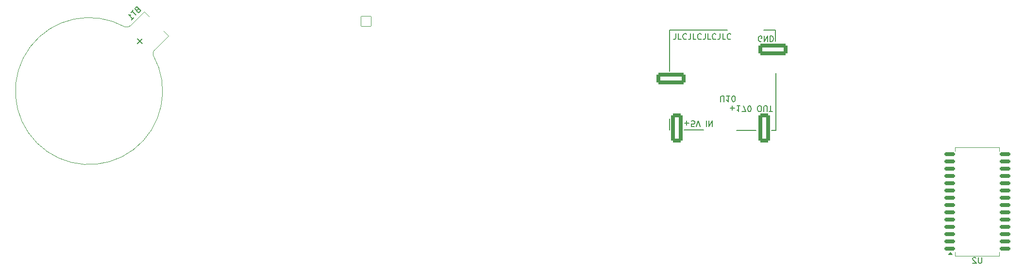
<source format=gbo>
G04 #@! TF.GenerationSoftware,KiCad,Pcbnew,8.0.1*
G04 #@! TF.CreationDate,2025-01-11T23:12:33+02:00*
G04 #@! TF.ProjectId,NixProjectRev02,4e697850-726f-46a6-9563-745265763032,Rev02*
G04 #@! TF.SameCoordinates,Original*
G04 #@! TF.FileFunction,Legend,Bot*
G04 #@! TF.FilePolarity,Positive*
%FSLAX46Y46*%
G04 Gerber Fmt 4.6, Leading zero omitted, Abs format (unit mm)*
G04 Created by KiCad (PCBNEW 8.0.1) date 2025-01-11 23:12:33*
%MOMM*%
%LPD*%
G01*
G04 APERTURE LIST*
G04 Aperture macros list*
%AMRoundRect*
0 Rectangle with rounded corners*
0 $1 Rounding radius*
0 $2 $3 $4 $5 $6 $7 $8 $9 X,Y pos of 4 corners*
0 Add a 4 corners polygon primitive as box body*
4,1,4,$2,$3,$4,$5,$6,$7,$8,$9,$2,$3,0*
0 Add four circle primitives for the rounded corners*
1,1,$1+$1,$2,$3*
1,1,$1+$1,$4,$5*
1,1,$1+$1,$6,$7*
1,1,$1+$1,$8,$9*
0 Add four rect primitives between the rounded corners*
20,1,$1+$1,$2,$3,$4,$5,0*
20,1,$1+$1,$4,$5,$6,$7,0*
20,1,$1+$1,$6,$7,$8,$9,0*
20,1,$1+$1,$8,$9,$2,$3,0*%
G04 Aperture macros list end*
%ADD10C,0.150000*%
%ADD11C,0.120000*%
%ADD12RoundRect,0.346000X-0.692000X2.192000X-0.692000X-2.192000X0.692000X-2.192000X0.692000X2.192000X0*%
%ADD13RoundRect,0.346000X-2.192000X-0.692000X2.192000X-0.692000X2.192000X0.692000X-2.192000X0.692000X0*%
%ADD14O,1.176000X1.776000*%
%ADD15C,1.476000*%
%ADD16O,1.476000X1.476000*%
%ADD17C,7.576000*%
%ADD18RoundRect,0.038000X0.800000X-0.800000X0.800000X0.800000X-0.800000X0.800000X-0.800000X-0.800000X0*%
%ADD19O,1.676000X1.676000*%
%ADD20O,3.076000X2.576000*%
%ADD21RoundRect,0.038000X-0.850000X0.850000X-0.850000X-0.850000X0.850000X-0.850000X0.850000X0.850000X0*%
%ADD22O,1.776000X1.776000*%
%ADD23C,1.422200*%
%ADD24RoundRect,0.169000X-0.769000X-0.169000X0.769000X-0.169000X0.769000X0.169000X-0.769000X0.169000X0*%
%ADD25RoundRect,0.038000X0.000000X2.121320X-2.121320X0.000000X0.000000X-2.121320X2.121320X0.000000X0*%
%ADD26C,3.076000*%
%ADD27C,0.676000*%
G04 APERTURE END LIST*
D10*
X181422493Y-54869819D02*
X181422493Y-55584104D01*
X181422493Y-55584104D02*
X181374874Y-55726961D01*
X181374874Y-55726961D02*
X181279636Y-55822200D01*
X181279636Y-55822200D02*
X181136779Y-55869819D01*
X181136779Y-55869819D02*
X181041541Y-55869819D01*
X182374874Y-55869819D02*
X181898684Y-55869819D01*
X181898684Y-55869819D02*
X181898684Y-54869819D01*
X183279636Y-55774580D02*
X183232017Y-55822200D01*
X183232017Y-55822200D02*
X183089160Y-55869819D01*
X183089160Y-55869819D02*
X182993922Y-55869819D01*
X182993922Y-55869819D02*
X182851065Y-55822200D01*
X182851065Y-55822200D02*
X182755827Y-55726961D01*
X182755827Y-55726961D02*
X182708208Y-55631723D01*
X182708208Y-55631723D02*
X182660589Y-55441247D01*
X182660589Y-55441247D02*
X182660589Y-55298390D01*
X182660589Y-55298390D02*
X182708208Y-55107914D01*
X182708208Y-55107914D02*
X182755827Y-55012676D01*
X182755827Y-55012676D02*
X182851065Y-54917438D01*
X182851065Y-54917438D02*
X182993922Y-54869819D01*
X182993922Y-54869819D02*
X183089160Y-54869819D01*
X183089160Y-54869819D02*
X183232017Y-54917438D01*
X183232017Y-54917438D02*
X183279636Y-54965057D01*
X183993922Y-54869819D02*
X183993922Y-55584104D01*
X183993922Y-55584104D02*
X183946303Y-55726961D01*
X183946303Y-55726961D02*
X183851065Y-55822200D01*
X183851065Y-55822200D02*
X183708208Y-55869819D01*
X183708208Y-55869819D02*
X183612970Y-55869819D01*
X184946303Y-55869819D02*
X184470113Y-55869819D01*
X184470113Y-55869819D02*
X184470113Y-54869819D01*
X185851065Y-55774580D02*
X185803446Y-55822200D01*
X185803446Y-55822200D02*
X185660589Y-55869819D01*
X185660589Y-55869819D02*
X185565351Y-55869819D01*
X185565351Y-55869819D02*
X185422494Y-55822200D01*
X185422494Y-55822200D02*
X185327256Y-55726961D01*
X185327256Y-55726961D02*
X185279637Y-55631723D01*
X185279637Y-55631723D02*
X185232018Y-55441247D01*
X185232018Y-55441247D02*
X185232018Y-55298390D01*
X185232018Y-55298390D02*
X185279637Y-55107914D01*
X185279637Y-55107914D02*
X185327256Y-55012676D01*
X185327256Y-55012676D02*
X185422494Y-54917438D01*
X185422494Y-54917438D02*
X185565351Y-54869819D01*
X185565351Y-54869819D02*
X185660589Y-54869819D01*
X185660589Y-54869819D02*
X185803446Y-54917438D01*
X185803446Y-54917438D02*
X185851065Y-54965057D01*
X186565351Y-54869819D02*
X186565351Y-55584104D01*
X186565351Y-55584104D02*
X186517732Y-55726961D01*
X186517732Y-55726961D02*
X186422494Y-55822200D01*
X186422494Y-55822200D02*
X186279637Y-55869819D01*
X186279637Y-55869819D02*
X186184399Y-55869819D01*
X187517732Y-55869819D02*
X187041542Y-55869819D01*
X187041542Y-55869819D02*
X187041542Y-54869819D01*
X188422494Y-55774580D02*
X188374875Y-55822200D01*
X188374875Y-55822200D02*
X188232018Y-55869819D01*
X188232018Y-55869819D02*
X188136780Y-55869819D01*
X188136780Y-55869819D02*
X187993923Y-55822200D01*
X187993923Y-55822200D02*
X187898685Y-55726961D01*
X187898685Y-55726961D02*
X187851066Y-55631723D01*
X187851066Y-55631723D02*
X187803447Y-55441247D01*
X187803447Y-55441247D02*
X187803447Y-55298390D01*
X187803447Y-55298390D02*
X187851066Y-55107914D01*
X187851066Y-55107914D02*
X187898685Y-55012676D01*
X187898685Y-55012676D02*
X187993923Y-54917438D01*
X187993923Y-54917438D02*
X188136780Y-54869819D01*
X188136780Y-54869819D02*
X188232018Y-54869819D01*
X188232018Y-54869819D02*
X188374875Y-54917438D01*
X188374875Y-54917438D02*
X188422494Y-54965057D01*
X189136780Y-54869819D02*
X189136780Y-55584104D01*
X189136780Y-55584104D02*
X189089161Y-55726961D01*
X189089161Y-55726961D02*
X188993923Y-55822200D01*
X188993923Y-55822200D02*
X188851066Y-55869819D01*
X188851066Y-55869819D02*
X188755828Y-55869819D01*
X190089161Y-55869819D02*
X189612971Y-55869819D01*
X189612971Y-55869819D02*
X189612971Y-54869819D01*
X190993923Y-55774580D02*
X190946304Y-55822200D01*
X190946304Y-55822200D02*
X190803447Y-55869819D01*
X190803447Y-55869819D02*
X190708209Y-55869819D01*
X190708209Y-55869819D02*
X190565352Y-55822200D01*
X190565352Y-55822200D02*
X190470114Y-55726961D01*
X190470114Y-55726961D02*
X190422495Y-55631723D01*
X190422495Y-55631723D02*
X190374876Y-55441247D01*
X190374876Y-55441247D02*
X190374876Y-55298390D01*
X190374876Y-55298390D02*
X190422495Y-55107914D01*
X190422495Y-55107914D02*
X190470114Y-55012676D01*
X190470114Y-55012676D02*
X190565352Y-54917438D01*
X190565352Y-54917438D02*
X190708209Y-54869819D01*
X190708209Y-54869819D02*
X190803447Y-54869819D01*
X190803447Y-54869819D02*
X190946304Y-54917438D01*
X190946304Y-54917438D02*
X190993923Y-54965057D01*
X189261905Y-66745180D02*
X189261905Y-65935657D01*
X189261905Y-65935657D02*
X189309524Y-65840419D01*
X189309524Y-65840419D02*
X189357143Y-65792800D01*
X189357143Y-65792800D02*
X189452381Y-65745180D01*
X189452381Y-65745180D02*
X189642857Y-65745180D01*
X189642857Y-65745180D02*
X189738095Y-65792800D01*
X189738095Y-65792800D02*
X189785714Y-65840419D01*
X189785714Y-65840419D02*
X189833333Y-65935657D01*
X189833333Y-65935657D02*
X189833333Y-66745180D01*
X190833333Y-65745180D02*
X190261905Y-65745180D01*
X190547619Y-65745180D02*
X190547619Y-66745180D01*
X190547619Y-66745180D02*
X190452381Y-66602323D01*
X190452381Y-66602323D02*
X190357143Y-66507085D01*
X190357143Y-66507085D02*
X190261905Y-66459466D01*
X191452381Y-66745180D02*
X191547619Y-66745180D01*
X191547619Y-66745180D02*
X191642857Y-66697561D01*
X191642857Y-66697561D02*
X191690476Y-66649942D01*
X191690476Y-66649942D02*
X191738095Y-66554704D01*
X191738095Y-66554704D02*
X191785714Y-66364228D01*
X191785714Y-66364228D02*
X191785714Y-66126133D01*
X191785714Y-66126133D02*
X191738095Y-65935657D01*
X191738095Y-65935657D02*
X191690476Y-65840419D01*
X191690476Y-65840419D02*
X191642857Y-65792800D01*
X191642857Y-65792800D02*
X191547619Y-65745180D01*
X191547619Y-65745180D02*
X191452381Y-65745180D01*
X191452381Y-65745180D02*
X191357143Y-65792800D01*
X191357143Y-65792800D02*
X191309524Y-65840419D01*
X191309524Y-65840419D02*
X191261905Y-65935657D01*
X191261905Y-65935657D02*
X191214286Y-66126133D01*
X191214286Y-66126133D02*
X191214286Y-66364228D01*
X191214286Y-66364228D02*
X191261905Y-66554704D01*
X191261905Y-66554704D02*
X191309524Y-66649942D01*
X191309524Y-66649942D02*
X191357143Y-66697561D01*
X191357143Y-66697561D02*
X191452381Y-66745180D01*
X190886779Y-67861133D02*
X191648684Y-67861133D01*
X191267731Y-67480180D02*
X191267731Y-68242085D01*
X192648683Y-67480180D02*
X192077255Y-67480180D01*
X192362969Y-67480180D02*
X192362969Y-68480180D01*
X192362969Y-68480180D02*
X192267731Y-68337323D01*
X192267731Y-68337323D02*
X192172493Y-68242085D01*
X192172493Y-68242085D02*
X192077255Y-68194466D01*
X192982017Y-68480180D02*
X193648683Y-68480180D01*
X193648683Y-68480180D02*
X193220112Y-67480180D01*
X194220112Y-68480180D02*
X194315350Y-68480180D01*
X194315350Y-68480180D02*
X194410588Y-68432561D01*
X194410588Y-68432561D02*
X194458207Y-68384942D01*
X194458207Y-68384942D02*
X194505826Y-68289704D01*
X194505826Y-68289704D02*
X194553445Y-68099228D01*
X194553445Y-68099228D02*
X194553445Y-67861133D01*
X194553445Y-67861133D02*
X194505826Y-67670657D01*
X194505826Y-67670657D02*
X194458207Y-67575419D01*
X194458207Y-67575419D02*
X194410588Y-67527800D01*
X194410588Y-67527800D02*
X194315350Y-67480180D01*
X194315350Y-67480180D02*
X194220112Y-67480180D01*
X194220112Y-67480180D02*
X194124874Y-67527800D01*
X194124874Y-67527800D02*
X194077255Y-67575419D01*
X194077255Y-67575419D02*
X194029636Y-67670657D01*
X194029636Y-67670657D02*
X193982017Y-67861133D01*
X193982017Y-67861133D02*
X193982017Y-68099228D01*
X193982017Y-68099228D02*
X194029636Y-68289704D01*
X194029636Y-68289704D02*
X194077255Y-68384942D01*
X194077255Y-68384942D02*
X194124874Y-68432561D01*
X194124874Y-68432561D02*
X194220112Y-68480180D01*
X195934398Y-68480180D02*
X196124874Y-68480180D01*
X196124874Y-68480180D02*
X196220112Y-68432561D01*
X196220112Y-68432561D02*
X196315350Y-68337323D01*
X196315350Y-68337323D02*
X196362969Y-68146847D01*
X196362969Y-68146847D02*
X196362969Y-67813514D01*
X196362969Y-67813514D02*
X196315350Y-67623038D01*
X196315350Y-67623038D02*
X196220112Y-67527800D01*
X196220112Y-67527800D02*
X196124874Y-67480180D01*
X196124874Y-67480180D02*
X195934398Y-67480180D01*
X195934398Y-67480180D02*
X195839160Y-67527800D01*
X195839160Y-67527800D02*
X195743922Y-67623038D01*
X195743922Y-67623038D02*
X195696303Y-67813514D01*
X195696303Y-67813514D02*
X195696303Y-68146847D01*
X195696303Y-68146847D02*
X195743922Y-68337323D01*
X195743922Y-68337323D02*
X195839160Y-68432561D01*
X195839160Y-68432561D02*
X195934398Y-68480180D01*
X196791541Y-68480180D02*
X196791541Y-67670657D01*
X196791541Y-67670657D02*
X196839160Y-67575419D01*
X196839160Y-67575419D02*
X196886779Y-67527800D01*
X196886779Y-67527800D02*
X196982017Y-67480180D01*
X196982017Y-67480180D02*
X197172493Y-67480180D01*
X197172493Y-67480180D02*
X197267731Y-67527800D01*
X197267731Y-67527800D02*
X197315350Y-67575419D01*
X197315350Y-67575419D02*
X197362969Y-67670657D01*
X197362969Y-67670657D02*
X197362969Y-68480180D01*
X197696303Y-68480180D02*
X198267731Y-68480180D01*
X197982017Y-67480180D02*
X197982017Y-68480180D01*
X182936779Y-70461133D02*
X183698684Y-70461133D01*
X183317731Y-70080180D02*
X183317731Y-70842085D01*
X184651064Y-71080180D02*
X184174874Y-71080180D01*
X184174874Y-71080180D02*
X184127255Y-70603990D01*
X184127255Y-70603990D02*
X184174874Y-70651609D01*
X184174874Y-70651609D02*
X184270112Y-70699228D01*
X184270112Y-70699228D02*
X184508207Y-70699228D01*
X184508207Y-70699228D02*
X184603445Y-70651609D01*
X184603445Y-70651609D02*
X184651064Y-70603990D01*
X184651064Y-70603990D02*
X184698683Y-70508752D01*
X184698683Y-70508752D02*
X184698683Y-70270657D01*
X184698683Y-70270657D02*
X184651064Y-70175419D01*
X184651064Y-70175419D02*
X184603445Y-70127800D01*
X184603445Y-70127800D02*
X184508207Y-70080180D01*
X184508207Y-70080180D02*
X184270112Y-70080180D01*
X184270112Y-70080180D02*
X184174874Y-70127800D01*
X184174874Y-70127800D02*
X184127255Y-70175419D01*
X184984398Y-71080180D02*
X185317731Y-70080180D01*
X185317731Y-70080180D02*
X185651064Y-71080180D01*
X186746303Y-70080180D02*
X186746303Y-71080180D01*
X187222493Y-70080180D02*
X187222493Y-71080180D01*
X187222493Y-71080180D02*
X187793921Y-70080180D01*
X187793921Y-70080180D02*
X187793921Y-71080180D01*
X196360588Y-56232561D02*
X196265350Y-56280180D01*
X196265350Y-56280180D02*
X196122493Y-56280180D01*
X196122493Y-56280180D02*
X195979636Y-56232561D01*
X195979636Y-56232561D02*
X195884398Y-56137323D01*
X195884398Y-56137323D02*
X195836779Y-56042085D01*
X195836779Y-56042085D02*
X195789160Y-55851609D01*
X195789160Y-55851609D02*
X195789160Y-55708752D01*
X195789160Y-55708752D02*
X195836779Y-55518276D01*
X195836779Y-55518276D02*
X195884398Y-55423038D01*
X195884398Y-55423038D02*
X195979636Y-55327800D01*
X195979636Y-55327800D02*
X196122493Y-55280180D01*
X196122493Y-55280180D02*
X196217731Y-55280180D01*
X196217731Y-55280180D02*
X196360588Y-55327800D01*
X196360588Y-55327800D02*
X196408207Y-55375419D01*
X196408207Y-55375419D02*
X196408207Y-55708752D01*
X196408207Y-55708752D02*
X196217731Y-55708752D01*
X196836779Y-55280180D02*
X196836779Y-56280180D01*
X196836779Y-56280180D02*
X197408207Y-55280180D01*
X197408207Y-55280180D02*
X197408207Y-56280180D01*
X197884398Y-55280180D02*
X197884398Y-56280180D01*
X197884398Y-56280180D02*
X198122493Y-56280180D01*
X198122493Y-56280180D02*
X198265350Y-56232561D01*
X198265350Y-56232561D02*
X198360588Y-56137323D01*
X198360588Y-56137323D02*
X198408207Y-56042085D01*
X198408207Y-56042085D02*
X198455826Y-55851609D01*
X198455826Y-55851609D02*
X198455826Y-55708752D01*
X198455826Y-55708752D02*
X198408207Y-55518276D01*
X198408207Y-55518276D02*
X198360588Y-55423038D01*
X198360588Y-55423038D02*
X198265350Y-55327800D01*
X198265350Y-55327800D02*
X198122493Y-55280180D01*
X198122493Y-55280180D02*
X197884398Y-55280180D01*
X234761904Y-93954819D02*
X234761904Y-94764342D01*
X234761904Y-94764342D02*
X234714285Y-94859580D01*
X234714285Y-94859580D02*
X234666666Y-94907200D01*
X234666666Y-94907200D02*
X234571428Y-94954819D01*
X234571428Y-94954819D02*
X234380952Y-94954819D01*
X234380952Y-94954819D02*
X234285714Y-94907200D01*
X234285714Y-94907200D02*
X234238095Y-94859580D01*
X234238095Y-94859580D02*
X234190476Y-94764342D01*
X234190476Y-94764342D02*
X234190476Y-93954819D01*
X233761904Y-94050057D02*
X233714285Y-94002438D01*
X233714285Y-94002438D02*
X233619047Y-93954819D01*
X233619047Y-93954819D02*
X233380952Y-93954819D01*
X233380952Y-93954819D02*
X233285714Y-94002438D01*
X233285714Y-94002438D02*
X233238095Y-94050057D01*
X233238095Y-94050057D02*
X233190476Y-94145295D01*
X233190476Y-94145295D02*
X233190476Y-94240533D01*
X233190476Y-94240533D02*
X233238095Y-94383390D01*
X233238095Y-94383390D02*
X233809523Y-94954819D01*
X233809523Y-94954819D02*
X233190476Y-94954819D01*
X87528444Y-50717131D02*
X87461100Y-50851818D01*
X87461100Y-50851818D02*
X87461100Y-50919161D01*
X87461100Y-50919161D02*
X87494772Y-51020177D01*
X87494772Y-51020177D02*
X87595787Y-51121192D01*
X87595787Y-51121192D02*
X87696803Y-51154864D01*
X87696803Y-51154864D02*
X87764146Y-51154864D01*
X87764146Y-51154864D02*
X87865161Y-51121192D01*
X87865161Y-51121192D02*
X88134535Y-50851818D01*
X88134535Y-50851818D02*
X87427429Y-50144711D01*
X87427429Y-50144711D02*
X87191726Y-50380413D01*
X87191726Y-50380413D02*
X87158055Y-50481429D01*
X87158055Y-50481429D02*
X87158055Y-50548772D01*
X87158055Y-50548772D02*
X87191726Y-50649787D01*
X87191726Y-50649787D02*
X87259070Y-50717131D01*
X87259070Y-50717131D02*
X87360085Y-50750803D01*
X87360085Y-50750803D02*
X87427429Y-50750803D01*
X87427429Y-50750803D02*
X87528444Y-50717131D01*
X87528444Y-50717131D02*
X87764146Y-50481429D01*
X86821337Y-50750803D02*
X86417276Y-51154864D01*
X87326413Y-51659940D02*
X86619307Y-50952833D01*
X86518291Y-52468062D02*
X86922352Y-52064001D01*
X86720322Y-52266032D02*
X86013215Y-51558925D01*
X86013215Y-51558925D02*
X86181574Y-51592597D01*
X86181574Y-51592597D02*
X86316261Y-51592597D01*
X86316261Y-51592597D02*
X86417276Y-51558925D01*
X88390695Y-55771514D02*
X87582573Y-56579636D01*
X88390695Y-56579636D02*
X87582573Y-55771514D01*
X180350000Y-71725000D02*
X180350000Y-71725000D01*
X180350000Y-71725000D02*
X180350000Y-69725000D01*
X180375000Y-54225000D02*
X180375000Y-61450000D01*
X190375000Y-54225000D02*
X180375000Y-54225000D01*
X186250000Y-71725000D02*
X182900000Y-71725000D01*
X195400000Y-71775000D02*
X192040000Y-71775000D01*
X198800000Y-54250000D02*
X196800000Y-54250000D01*
X198900000Y-71750000D02*
X198100000Y-71750000D01*
X198800000Y-56150000D02*
X198800000Y-54250000D01*
X198900000Y-61750000D02*
X198900000Y-71750000D01*
D11*
X230140000Y-74740000D02*
X234000000Y-74740000D01*
X230140000Y-75385000D02*
X230140000Y-74740000D01*
X230140000Y-93015000D02*
X230140000Y-93660000D01*
X230140000Y-93660000D02*
X234000000Y-93660000D01*
X237860000Y-74740000D02*
X234000000Y-74740000D01*
X237860000Y-75385000D02*
X237860000Y-74740000D01*
X237860000Y-93015000D02*
X237860000Y-93660000D01*
X237860000Y-93660000D02*
X234000000Y-93660000D01*
X229615000Y-93485000D02*
X228935000Y-93485000D01*
X229275000Y-93015000D01*
X229615000Y-93485000D01*
G36*
X229615000Y-93485000D02*
G01*
X228935000Y-93485000D01*
X229275000Y-93015000D01*
X229615000Y-93485000D01*
G37*
X86243828Y-53513530D02*
X88754057Y-51003301D01*
X88754057Y-51003301D02*
X89602586Y-51851829D01*
X90486469Y-57756171D02*
X92996698Y-55245942D01*
X92996698Y-55245942D02*
X92148170Y-54397413D01*
X70025508Y-73974491D02*
G75*
G02*
X85359944Y-53690308I9076593J9076632D01*
G01*
X86243828Y-53513530D02*
G75*
G02*
X85359945Y-53690306I-574524J574524D01*
G01*
X90309692Y-58640054D02*
G75*
G02*
X70025507Y-73974492I-11207552J-6257844D01*
G01*
X90309693Y-58640054D02*
G75*
G02*
X90486469Y-57756171I751300J309359D01*
G01*
%LPC*%
D12*
X181600000Y-71350000D03*
D13*
X180600000Y-62750000D03*
D12*
X196840000Y-71350000D03*
D13*
X198400000Y-57650000D03*
D14*
X155220000Y-54050000D03*
X155220000Y-50250000D03*
X146580000Y-54050000D03*
X146580000Y-50250000D03*
D15*
X191900000Y-75167120D03*
D16*
X199520000Y-75167120D03*
D17*
X65900000Y-114100000D03*
D18*
X208270000Y-111760000D03*
D19*
X210810000Y-111760000D03*
X213350000Y-111760000D03*
X215890000Y-111760000D03*
X218430000Y-111760000D03*
X220970000Y-111760000D03*
X223510000Y-111760000D03*
X226050000Y-111760000D03*
X226050000Y-104140000D03*
X223510000Y-104140000D03*
X220970000Y-104140000D03*
X218430000Y-104140000D03*
X215890000Y-104140000D03*
X213350000Y-104140000D03*
X210810000Y-104140000D03*
X208270000Y-104140000D03*
D18*
X126120000Y-111760000D03*
D19*
X128660000Y-111760000D03*
X131200000Y-111760000D03*
X133740000Y-111760000D03*
X136280000Y-111760000D03*
X138820000Y-111760000D03*
X141360000Y-111760000D03*
X143900000Y-111760000D03*
X143900000Y-104140000D03*
X141360000Y-104140000D03*
X138820000Y-104140000D03*
X136280000Y-104140000D03*
X133740000Y-104140000D03*
X131200000Y-104140000D03*
X128660000Y-104140000D03*
X126120000Y-104140000D03*
D17*
X65900000Y-54100000D03*
D15*
X81900000Y-74900000D03*
D16*
X89520000Y-74900000D03*
D20*
X205000000Y-62800000D03*
X217500000Y-62800000D03*
X205000000Y-67800000D03*
X217500000Y-67800000D03*
D15*
X136900000Y-75088380D03*
D16*
X144520000Y-75088380D03*
D21*
X127425000Y-52725000D03*
D22*
X127425000Y-55265000D03*
X124885000Y-52725000D03*
X124885000Y-55265000D03*
X122345000Y-52725000D03*
X122345000Y-55265000D03*
D23*
X220992700Y-83651760D03*
X210807300Y-83651760D03*
X209755740Y-86422900D03*
X210113880Y-89361680D03*
X211795360Y-91800080D03*
X214419180Y-93176760D03*
X217380820Y-93176760D03*
X220004640Y-91800080D03*
X221686120Y-89361680D03*
X222044260Y-86422900D03*
X215900000Y-80979680D03*
X213024720Y-81688340D03*
X218775280Y-81688340D03*
D17*
X235900000Y-114100000D03*
D23*
X200992700Y-83651760D03*
X190807300Y-83651760D03*
X189755740Y-86422900D03*
X190113880Y-89361680D03*
X191795360Y-91800080D03*
X194419180Y-93176760D03*
X197380820Y-93176760D03*
X200004640Y-91800080D03*
X201686120Y-89361680D03*
X202044260Y-86422900D03*
X195900000Y-80979680D03*
X193024720Y-81688340D03*
X198775280Y-81688340D03*
X90992700Y-83494280D03*
X80807300Y-83494280D03*
X79755740Y-86265420D03*
X80113880Y-89204200D03*
X81795360Y-91642600D03*
X84419180Y-93019280D03*
X87380820Y-93019280D03*
X90004640Y-91642600D03*
X91686120Y-89204200D03*
X92044260Y-86265420D03*
X85900000Y-80822200D03*
X83024720Y-81530860D03*
X88775280Y-81530860D03*
D18*
X96190000Y-111750000D03*
D19*
X98730000Y-111750000D03*
X101270000Y-111750000D03*
X103810000Y-111750000D03*
X106350000Y-111750000D03*
X108890000Y-111750000D03*
X111430000Y-111750000D03*
X113970000Y-111750000D03*
X113970000Y-104130000D03*
X111430000Y-104130000D03*
X108890000Y-104130000D03*
X106350000Y-104130000D03*
X103810000Y-104130000D03*
X101270000Y-104130000D03*
X98730000Y-104130000D03*
X96190000Y-104130000D03*
D15*
X109930000Y-74900000D03*
D16*
X102310000Y-74900000D03*
D20*
X225000000Y-62800000D03*
X237500000Y-62800000D03*
X225000000Y-67800000D03*
X237500000Y-67800000D03*
D23*
X165992700Y-83573020D03*
X155807300Y-83573020D03*
X154755740Y-86344160D03*
X155113880Y-89282940D03*
X156795360Y-91721340D03*
X159419180Y-93098020D03*
X162380820Y-93098020D03*
X165004640Y-91721340D03*
X166686120Y-89282940D03*
X167044260Y-86344160D03*
X160900000Y-80900940D03*
X158024720Y-81609600D03*
X163775280Y-81609600D03*
D18*
X71510000Y-111750000D03*
D19*
X74050000Y-111750000D03*
X76590000Y-111750000D03*
X79130000Y-111750000D03*
X81670000Y-111750000D03*
X84210000Y-111750000D03*
X86750000Y-111750000D03*
X89290000Y-111750000D03*
X89290000Y-104130000D03*
X86750000Y-104130000D03*
X84210000Y-104130000D03*
X81670000Y-104130000D03*
X79130000Y-104130000D03*
X76590000Y-104130000D03*
X74050000Y-104130000D03*
X71510000Y-104130000D03*
D18*
X183280000Y-111760000D03*
D19*
X185820000Y-111760000D03*
X188360000Y-111760000D03*
X190900000Y-111760000D03*
X193440000Y-111760000D03*
X195980000Y-111760000D03*
X198520000Y-111760000D03*
X201060000Y-111760000D03*
X201060000Y-104140000D03*
X198520000Y-104140000D03*
X195980000Y-104140000D03*
X193440000Y-104140000D03*
X190900000Y-104140000D03*
X188360000Y-104140000D03*
X185820000Y-104140000D03*
X183280000Y-104140000D03*
D15*
X165624473Y-75088380D03*
D16*
X158004473Y-75088380D03*
D18*
X151190000Y-111760000D03*
D19*
X153730000Y-111760000D03*
X156270000Y-111760000D03*
X158810000Y-111760000D03*
X161350000Y-111760000D03*
X163890000Y-111760000D03*
X166430000Y-111760000D03*
X168970000Y-111760000D03*
X168970000Y-104140000D03*
X166430000Y-104140000D03*
X163890000Y-104140000D03*
X161350000Y-104140000D03*
X158810000Y-104140000D03*
X156270000Y-104140000D03*
X153730000Y-104140000D03*
X151190000Y-104140000D03*
D17*
X235900000Y-54100000D03*
D23*
X110992700Y-83494280D03*
X100807300Y-83494280D03*
X99755740Y-86265420D03*
X100113880Y-89204200D03*
X101795360Y-91642600D03*
X104419180Y-93019280D03*
X107380820Y-93019280D03*
X110004640Y-91642600D03*
X111686120Y-89204200D03*
X112044260Y-86265420D03*
X105900000Y-80822200D03*
X103024720Y-81530860D03*
X108775280Y-81530860D03*
D15*
X221480000Y-75167120D03*
D16*
X213860000Y-75167120D03*
D23*
X145992700Y-83573020D03*
X135807300Y-83573020D03*
X134755740Y-86344160D03*
X135113880Y-89282940D03*
X136795360Y-91721340D03*
X139419180Y-93098020D03*
X142380820Y-93098020D03*
X145004640Y-91721340D03*
X146686120Y-89282940D03*
X147044260Y-86344160D03*
X140900000Y-80900940D03*
X138024720Y-81609600D03*
X143775280Y-81609600D03*
D24*
X229200000Y-92455000D03*
X229200000Y-91184999D03*
X229200000Y-89915000D03*
X229200000Y-88645000D03*
X229199999Y-87375000D03*
X229200000Y-86105000D03*
X229200000Y-84835000D03*
X229200000Y-83565000D03*
X229200000Y-82295000D03*
X229199999Y-81025000D03*
X229200000Y-79755000D03*
X229200000Y-78485000D03*
X229200000Y-77215001D03*
X229200000Y-75945000D03*
X238800000Y-75945000D03*
X238800000Y-77215001D03*
X238800000Y-78485000D03*
X238800000Y-79755000D03*
X238800001Y-81025000D03*
X238800000Y-82295000D03*
X238800000Y-83565000D03*
X238800000Y-84835000D03*
X238800000Y-86105000D03*
X238800001Y-87375000D03*
X238800000Y-88645000D03*
X238800000Y-89915000D03*
X238800000Y-91184999D03*
X238800000Y-92455000D03*
D25*
X89850073Y-54149926D03*
D26*
X75361455Y-68638544D03*
D27*
X121627997Y-60587000D03*
X122428000Y-60587000D03*
X126000000Y-74800000D03*
X123329857Y-74043143D03*
X220600000Y-70600000D03*
X125400000Y-62000000D03*
X226050000Y-76050000D03*
X122800000Y-59073000D03*
X116612460Y-59155540D03*
X130000000Y-71200000D03*
X121200000Y-74000000D03*
X113200000Y-73600000D03*
X114808000Y-54475000D03*
X98298000Y-55880000D03*
X121539000Y-66675000D03*
X231700000Y-83200000D03*
X179730000Y-70260000D03*
X121285000Y-68834000D03*
X127600000Y-74000000D03*
X119400000Y-63000000D03*
X118628821Y-65394179D03*
X125056644Y-74743356D03*
X120800000Y-61841000D03*
X130800000Y-64400000D03*
X130400000Y-63600000D03*
X154427354Y-109976821D03*
X127000000Y-61600000D03*
X122400000Y-74000000D03*
X126800000Y-74400000D03*
X226100000Y-77100000D03*
X118443500Y-59876946D03*
X124427000Y-61404000D03*
X221056644Y-71943356D03*
X127900000Y-61900000D03*
X236500000Y-90000000D03*
X237127000Y-90873000D03*
X126798000Y-57600000D03*
X123043356Y-57843356D03*
X231800000Y-94500000D03*
X164512500Y-116506500D03*
X130048000Y-66421000D03*
X114637500Y-68562500D03*
X231700000Y-80100000D03*
X98552000Y-64945000D03*
X148642000Y-60400000D03*
X153650000Y-56769000D03*
X139362500Y-116332000D03*
X93537500Y-61062500D03*
X135078000Y-65631500D03*
X153364000Y-60400000D03*
X121412000Y-65786000D03*
X109462500Y-116574500D03*
X196596000Y-116332000D03*
X221562500Y-116511500D03*
X84862500Y-116559500D03*
X114537500Y-72337500D03*
X135078000Y-71221500D03*
X114637500Y-62400000D03*
X121793000Y-67437000D03*
X148150000Y-56769000D03*
X93575000Y-55825000D03*
X110998000Y-64945000D03*
%LPD*%
M02*

</source>
